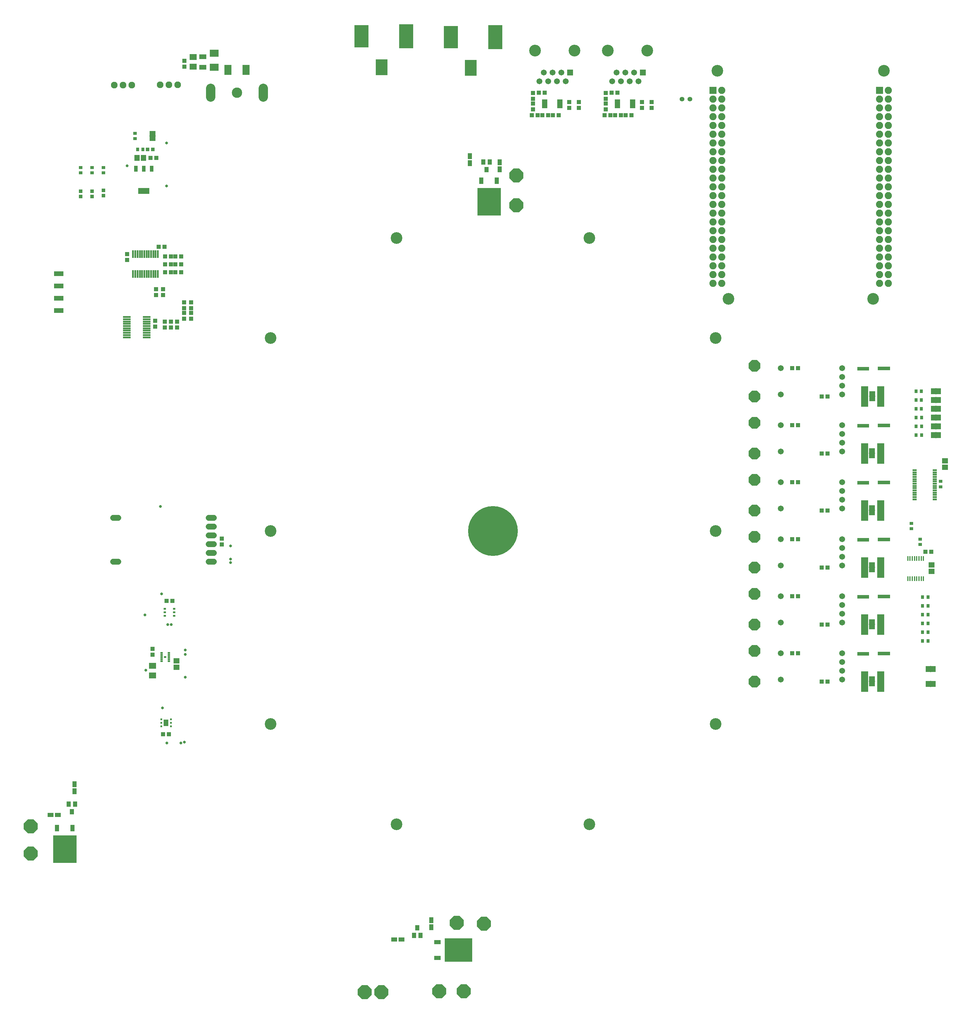
<source format=gbr>
G04 EAGLE Gerber X2 export*
%TF.Part,Single*%
%TF.FileFunction,Soldermask,Top,1*%
%TF.FilePolarity,Negative*%
%TF.GenerationSoftware,Autodesk,EAGLE,8.6.1*%
%TF.CreationDate,2018-02-09T18:52:30Z*%
G75*
%MOMM*%
%FSLAX34Y34*%
%LPD*%
%AMOC8*
5,1,8,0,0,1.08239X$1,22.5*%
G01*
%ADD10C,3.378200*%
%ADD11C,14.427200*%
%ADD12R,1.203200X1.303200*%
%ADD13R,2.006600X2.844800*%
%ADD14R,2.603200X2.003200*%
%ADD15R,2.003200X1.803200*%
%ADD16R,2.006600X1.320800*%
%ADD17C,2.743200*%
%ADD18C,2.997200*%
%ADD19R,0.609600X2.184400*%
%ADD20R,1.303200X1.203200*%
%ADD21R,1.603200X0.503200*%
%ADD22R,1.711200X1.711200*%
%ADD23C,1.711200*%
%ADD24C,3.403200*%
%ADD25R,2.082800X2.082800*%
%ADD26C,2.082800*%
%ADD27C,1.953200*%
%ADD28R,3.503200X4.603200*%
%ADD29R,4.103200X6.953200*%
%ADD30R,4.103200X6.403200*%
%ADD31R,1.003200X1.003200*%
%ADD32R,1.003197X0.958800*%
%ADD33R,0.803200X0.603200*%
%ADD34R,1.703200X1.503200*%
%ADD35R,2.006200X1.803200*%
%ADD36C,0.803200*%
%ADD37R,0.603200X0.503200*%
%ADD38R,1.473200X1.854200*%
%ADD39C,1.727200*%
%ADD40R,3.606800X1.092200*%
%ADD41R,3.454400X1.092200*%
%ADD42R,2.003200X5.903200*%
%ADD43P,3.656530X8X22.500000*%
%ADD44R,0.450000X1.350000*%
%ADD45R,0.958800X1.003197*%
%ADD46R,1.193800X0.508000*%
%ADD47R,0.152400X1.828800*%
%ADD48R,1.371600X1.803400*%
%ADD49R,1.828800X0.152400*%
%ADD50R,1.803400X1.371600*%
%ADD51R,1.041400X1.803400*%
%ADD52R,3.302000X1.803400*%
%ADD53R,1.503200X1.703200*%
%ADD54R,2.184400X0.609600*%
%ADD55R,1.203200X1.703200*%
%ADD56R,1.203200X1.603200*%
%ADD57P,4.343848X8X22.500000*%
%ADD58R,1.143000X1.905000*%
%ADD59R,6.858000X7.924800*%
%ADD60R,1.703200X1.203200*%
%ADD61P,4.343848X8X202.500000*%
%ADD62R,1.905000X1.143000*%
%ADD63R,7.924800X6.858000*%
%ADD64R,2.743200X1.473200*%
%ADD65C,1.359600*%


D10*
X1144270Y574802D03*
X1703070Y574802D03*
X2068576Y865124D03*
X2068576Y1423924D03*
X2068576Y1982724D03*
X1703070Y2272792D03*
X1144270Y2272792D03*
X778764Y1982724D03*
X778764Y1423924D03*
X778764Y865124D03*
D11*
X1423670Y1423670D03*
D12*
X529006Y2768584D03*
X529006Y2785584D03*
D13*
X707695Y2759304D03*
X655117Y2759304D03*
D14*
X615366Y2766994D03*
X615366Y2807494D03*
D15*
X554406Y2768164D03*
X554406Y2796164D03*
D16*
X582346Y2767178D03*
X582346Y2797150D03*
D17*
X757606Y2705964D02*
X757606Y2680564D01*
X605206Y2680564D02*
X605206Y2705964D01*
D18*
X681406Y2693264D03*
D12*
X363144Y2209022D03*
X363144Y2226022D03*
X454974Y2246732D03*
X471974Y2246732D03*
D19*
X452234Y2225904D03*
X445734Y2225904D03*
X439234Y2225904D03*
X432734Y2225904D03*
X426234Y2225904D03*
X419734Y2225904D03*
X413234Y2225904D03*
X406734Y2225904D03*
X400234Y2225904D03*
X393734Y2225904D03*
X387234Y2225904D03*
X380734Y2225904D03*
X380734Y2168500D03*
X387234Y2168500D03*
X393734Y2168500D03*
X400234Y2168500D03*
X406734Y2168500D03*
X413234Y2168500D03*
X419734Y2168500D03*
X426234Y2168500D03*
X432734Y2168500D03*
X439234Y2168500D03*
X445734Y2168500D03*
X452234Y2168500D03*
D20*
X490264Y2173582D03*
X473264Y2173582D03*
X520234Y2173582D03*
X503234Y2173582D03*
X490514Y2219042D03*
X473514Y2219042D03*
X520234Y2219042D03*
X503234Y2219042D03*
X490264Y2196442D03*
X473264Y2196442D03*
X520234Y2196442D03*
X503234Y2196442D03*
D21*
X1617018Y2651082D03*
X1617018Y2656082D03*
X1617018Y2661082D03*
X1617018Y2666082D03*
X1617018Y2671082D03*
X1573018Y2671082D03*
X1573018Y2666082D03*
X1573018Y2661082D03*
X1573018Y2656082D03*
X1573018Y2651082D03*
D22*
X1647088Y2751252D03*
D23*
X1634388Y2725852D03*
X1621688Y2751252D03*
X1608988Y2725852D03*
X1596288Y2751252D03*
X1583588Y2725852D03*
X1570888Y2751252D03*
X1558188Y2725852D03*
D24*
X1659788Y2814752D03*
X1545488Y2814752D03*
D12*
X1596678Y2628062D03*
X1613678Y2628062D03*
X1566198Y2628062D03*
X1583198Y2628062D03*
X1535718Y2628062D03*
X1552718Y2628062D03*
D20*
X1539138Y2661962D03*
X1539138Y2644962D03*
D12*
X1573038Y2692832D03*
X1556038Y2692832D03*
D20*
X1539138Y2692442D03*
X1539138Y2675442D03*
X1644548Y2665772D03*
X1644548Y2648772D03*
X1672488Y2665772D03*
X1672488Y2648772D03*
D21*
X1827838Y2651082D03*
X1827838Y2656082D03*
X1827838Y2661082D03*
X1827838Y2666082D03*
X1827838Y2671082D03*
X1783838Y2671082D03*
X1783838Y2666082D03*
X1783838Y2661082D03*
X1783838Y2656082D03*
X1783838Y2651082D03*
D22*
X1857908Y2751252D03*
D23*
X1845208Y2725852D03*
X1832508Y2751252D03*
X1819808Y2725852D03*
X1807108Y2751252D03*
X1794408Y2725852D03*
X1781708Y2751252D03*
X1769008Y2725852D03*
D24*
X1870608Y2814752D03*
X1756308Y2814752D03*
D12*
X1807498Y2628062D03*
X1824498Y2628062D03*
X1777018Y2628062D03*
X1794018Y2628062D03*
X1746538Y2628062D03*
X1763538Y2628062D03*
D20*
X1749958Y2661962D03*
X1749958Y2644962D03*
D12*
X1783858Y2692832D03*
X1766858Y2692832D03*
D20*
X1749958Y2692442D03*
X1749958Y2675442D03*
X1855368Y2665772D03*
X1855368Y2648772D03*
X1883308Y2665772D03*
X1883308Y2648772D03*
D10*
X2073808Y2756840D03*
X2105558Y2096440D03*
X2524658Y2096440D03*
X2556408Y2756840D03*
D25*
X2061108Y2699690D03*
D26*
X2086508Y2699690D03*
X2061108Y2674290D03*
X2086508Y2674290D03*
X2061108Y2648890D03*
X2086508Y2648890D03*
X2061108Y2623490D03*
X2086508Y2623490D03*
X2061108Y2598090D03*
X2086508Y2598090D03*
X2061108Y2572690D03*
X2086508Y2572690D03*
X2061108Y2547290D03*
X2086508Y2547290D03*
X2061108Y2521890D03*
X2086508Y2521890D03*
X2061108Y2496490D03*
X2086508Y2496490D03*
X2061108Y2471090D03*
X2086508Y2471090D03*
X2061108Y2445690D03*
X2086508Y2445690D03*
X2061108Y2420290D03*
X2086508Y2420290D03*
X2061108Y2394890D03*
X2086508Y2394890D03*
X2061108Y2369490D03*
X2086508Y2369490D03*
X2061108Y2344090D03*
X2086508Y2344090D03*
X2061108Y2318690D03*
X2086508Y2318690D03*
X2061108Y2293290D03*
X2086508Y2293290D03*
X2061108Y2267890D03*
X2086508Y2267890D03*
X2061108Y2242490D03*
X2086508Y2242490D03*
X2061108Y2217090D03*
X2086508Y2217090D03*
X2061108Y2191690D03*
X2086508Y2191690D03*
X2061108Y2166290D03*
X2086508Y2166290D03*
X2061108Y2140890D03*
X2086508Y2140890D03*
D25*
X2543708Y2699690D03*
D26*
X2569108Y2699690D03*
X2543708Y2674290D03*
X2569108Y2674290D03*
X2543708Y2648890D03*
X2569108Y2648890D03*
X2543708Y2623490D03*
X2569108Y2623490D03*
X2543708Y2598090D03*
X2569108Y2598090D03*
X2543708Y2572690D03*
X2569108Y2572690D03*
X2543708Y2547290D03*
X2569108Y2547290D03*
X2543708Y2521890D03*
X2569108Y2521890D03*
X2543708Y2496490D03*
X2569108Y2496490D03*
X2543708Y2471090D03*
X2569108Y2471090D03*
X2543708Y2445690D03*
X2569108Y2445690D03*
X2543708Y2420290D03*
X2569108Y2420290D03*
X2543708Y2394890D03*
X2569108Y2394890D03*
X2543708Y2369490D03*
X2569108Y2369490D03*
X2543708Y2344090D03*
X2569108Y2344090D03*
X2543708Y2318690D03*
X2569108Y2318690D03*
X2543708Y2293290D03*
X2569108Y2293290D03*
X2543708Y2267890D03*
X2569108Y2267890D03*
X2543708Y2242490D03*
X2569108Y2242490D03*
X2543708Y2217090D03*
X2569108Y2217090D03*
X2543708Y2191690D03*
X2569108Y2191690D03*
X2543708Y2166290D03*
X2569108Y2166290D03*
X2543708Y2140890D03*
X2569108Y2140890D03*
D27*
X509606Y2716444D03*
X484206Y2716444D03*
X458806Y2716444D03*
D28*
X1100838Y2766844D03*
D29*
X1171838Y2856344D03*
D30*
X1042838Y2856344D03*
D12*
X447142Y2124396D03*
X447142Y2107396D03*
X467284Y2124422D03*
X467284Y2107422D03*
D31*
X228702Y2392876D03*
X228702Y2407876D03*
D32*
X228702Y2461178D03*
X228702Y2476734D03*
D31*
X261722Y2392876D03*
X261722Y2407876D03*
D32*
X261722Y2461178D03*
X261722Y2476734D03*
D31*
X294742Y2395416D03*
X294742Y2410416D03*
D32*
X294742Y2461178D03*
X294742Y2476734D03*
D28*
X1359410Y2764812D03*
D29*
X1430410Y2854312D03*
D30*
X1301410Y2854312D03*
D33*
X463108Y1059104D03*
X484108Y1059104D03*
X463108Y1065104D03*
X463108Y1071104D03*
X463108Y1053104D03*
X463108Y1047104D03*
X484108Y1047104D03*
X484108Y1053104D03*
X484108Y1065104D03*
X484108Y1071104D03*
X473608Y1059104D03*
D34*
X506628Y1048284D03*
X506628Y1029284D03*
D35*
X436778Y1033954D03*
X436778Y1005514D03*
D12*
X436778Y1065844D03*
X436778Y1082844D03*
D36*
X532028Y1079424D03*
X532028Y1066724D03*
X417728Y1021004D03*
X532028Y1000684D03*
D33*
X472808Y1188644D03*
X472808Y1178644D03*
X472808Y1198644D03*
X499808Y1188644D03*
X499808Y1178644D03*
X499808Y1198644D03*
D20*
X477808Y1221664D03*
X494808Y1221664D03*
D36*
X491388Y1153084D03*
X481228Y1153084D03*
X415188Y1181024D03*
X463448Y1241984D03*
D37*
X462148Y878604D03*
X462148Y868604D03*
X462148Y858604D03*
X490148Y858604D03*
X490148Y868604D03*
X490148Y878604D03*
D38*
X476148Y868604D03*
D20*
X484648Y835584D03*
X467648Y835584D03*
D36*
X529488Y812724D03*
X519328Y810184D03*
X465988Y911784D03*
X478688Y810184D03*
D39*
X599262Y1462430D02*
X614502Y1462430D01*
X614502Y1437030D02*
X599262Y1437030D01*
X599262Y1411630D02*
X614502Y1411630D01*
X614502Y1386230D02*
X599262Y1386230D01*
X599262Y1360830D02*
X614502Y1360830D01*
X614502Y1335430D02*
X599262Y1335430D01*
X337602Y1462430D02*
X322362Y1462430D01*
X322362Y1335430D02*
X337602Y1335430D01*
D12*
X637362Y1385350D03*
X637362Y1402350D03*
D36*
X662762Y1332890D03*
X662762Y1343050D03*
X662762Y1381150D03*
X459562Y1495450D03*
D23*
X2434844Y1819656D03*
X2434844Y1845056D03*
X2434844Y1870456D03*
X2434844Y1895856D03*
X2257044Y1895856D03*
X2257044Y1819656D03*
D20*
X2392544Y1813306D03*
X2375544Y1813306D03*
X2290454Y1895856D03*
X2307454Y1895856D03*
D40*
X2556256Y1894586D03*
D41*
X2495804Y1894078D03*
D42*
X2546744Y1813306D03*
X2500744Y1813306D03*
D43*
X2180844Y1813306D03*
X2180844Y1902206D03*
D23*
X2434844Y1654556D03*
X2434844Y1679956D03*
X2434844Y1705356D03*
X2434844Y1730756D03*
X2257044Y1730756D03*
X2257044Y1654556D03*
D20*
X2392544Y1648206D03*
X2375544Y1648206D03*
X2290454Y1730756D03*
X2307454Y1730756D03*
D40*
X2556256Y1729486D03*
D41*
X2495804Y1728978D03*
D42*
X2546744Y1648206D03*
X2500744Y1648206D03*
D43*
X2180844Y1648206D03*
X2180844Y1737106D03*
D23*
X2434844Y1489456D03*
X2434844Y1514856D03*
X2434844Y1540256D03*
X2434844Y1565656D03*
X2257044Y1565656D03*
X2257044Y1489456D03*
D20*
X2392544Y1483106D03*
X2375544Y1483106D03*
X2290454Y1565656D03*
X2307454Y1565656D03*
D40*
X2556256Y1564386D03*
D41*
X2495804Y1563878D03*
D42*
X2546744Y1483106D03*
X2500744Y1483106D03*
D43*
X2180844Y1483106D03*
X2180844Y1572006D03*
D23*
X2434844Y1324356D03*
X2434844Y1349756D03*
X2434844Y1375156D03*
X2434844Y1400556D03*
X2257044Y1400556D03*
X2257044Y1324356D03*
D20*
X2392544Y1318006D03*
X2375544Y1318006D03*
X2290454Y1400556D03*
X2307454Y1400556D03*
D40*
X2556256Y1399286D03*
D41*
X2495804Y1398778D03*
D42*
X2546744Y1318006D03*
X2500744Y1318006D03*
D43*
X2180844Y1318006D03*
X2180844Y1406906D03*
D23*
X2434844Y1159256D03*
X2434844Y1184656D03*
X2434844Y1210056D03*
X2434844Y1235456D03*
X2257044Y1235456D03*
X2257044Y1159256D03*
D20*
X2392544Y1152906D03*
X2375544Y1152906D03*
X2290454Y1235456D03*
X2307454Y1235456D03*
D40*
X2556256Y1234186D03*
D41*
X2495804Y1233678D03*
D42*
X2546744Y1152906D03*
X2500744Y1152906D03*
D43*
X2180844Y1152906D03*
X2180844Y1241806D03*
D23*
X2434844Y994156D03*
X2434844Y1019556D03*
X2434844Y1044956D03*
X2434844Y1070356D03*
X2257044Y1070356D03*
X2257044Y994156D03*
D20*
X2392544Y987806D03*
X2375544Y987806D03*
X2290454Y1070356D03*
X2307454Y1070356D03*
D40*
X2556256Y1069086D03*
D41*
X2495804Y1068578D03*
D42*
X2546744Y987806D03*
X2500744Y987806D03*
D43*
X2180844Y987806D03*
X2180844Y1076706D03*
D44*
X2670954Y1344716D03*
X2664454Y1344716D03*
X2657954Y1344716D03*
X2651454Y1344716D03*
X2644954Y1344716D03*
X2638454Y1344716D03*
X2631954Y1344716D03*
X2625454Y1344716D03*
X2625454Y1286216D03*
X2631954Y1286216D03*
X2638454Y1286216D03*
X2644954Y1286216D03*
X2651454Y1286216D03*
X2657954Y1286216D03*
X2664454Y1286216D03*
X2670954Y1286216D03*
D20*
X2676534Y1363726D03*
X2693534Y1363726D03*
D34*
X2693924Y1307236D03*
X2693924Y1326236D03*
D45*
X2683922Y1105916D03*
X2668366Y1105916D03*
X2683922Y1131316D03*
X2668366Y1131316D03*
X2683922Y1156716D03*
X2668366Y1156716D03*
X2683922Y1182116D03*
X2668366Y1182116D03*
X2683922Y1207516D03*
X2668366Y1207516D03*
X2683922Y1232916D03*
X2668366Y1232916D03*
D46*
X2645442Y1600286D03*
X2645442Y1593786D03*
X2645442Y1587286D03*
X2645442Y1580786D03*
X2645442Y1574286D03*
X2645442Y1567786D03*
X2645442Y1561286D03*
X2645442Y1554786D03*
X2645442Y1548286D03*
X2645442Y1541786D03*
X2645442Y1535286D03*
X2645442Y1528786D03*
X2645442Y1522286D03*
X2645442Y1515786D03*
X2703798Y1515786D03*
X2703798Y1522286D03*
X2703798Y1528786D03*
X2703798Y1535286D03*
X2703798Y1541786D03*
X2703798Y1548286D03*
X2703798Y1554786D03*
X2703798Y1561286D03*
X2703798Y1567786D03*
X2703798Y1574286D03*
X2703798Y1580786D03*
X2703798Y1587286D03*
X2703798Y1593786D03*
X2703798Y1600286D03*
D47*
X2706558Y1701546D03*
D48*
X2714178Y1701546D03*
X2698938Y1701546D03*
D47*
X2706558Y1726946D03*
D48*
X2714178Y1726946D03*
X2698938Y1726946D03*
D47*
X2706558Y1752346D03*
D48*
X2714178Y1752346D03*
X2698938Y1752346D03*
D47*
X2706558Y1777746D03*
D48*
X2714178Y1777746D03*
X2698938Y1777746D03*
D47*
X2706558Y1803146D03*
D48*
X2714178Y1803146D03*
X2698938Y1803146D03*
D47*
X2706558Y1828546D03*
D48*
X2714178Y1828546D03*
X2698938Y1828546D03*
D45*
X2649410Y1828546D03*
X2664966Y1828546D03*
X2649410Y1803146D03*
X2664966Y1803146D03*
X2649410Y1777746D03*
X2664966Y1777746D03*
X2649730Y1752346D03*
X2665286Y1752346D03*
X2649730Y1726946D03*
X2665286Y1726946D03*
X2649730Y1701546D03*
X2665286Y1701546D03*
D32*
X2720340Y1567719D03*
X2720340Y1552163D03*
D34*
X2733294Y1608226D03*
X2733294Y1627226D03*
D49*
X2522474Y1814576D03*
D50*
X2522474Y1822196D03*
X2522474Y1806956D03*
D49*
X2521204Y1649476D03*
D50*
X2521204Y1657096D03*
X2521204Y1641856D03*
D49*
X2521204Y1484376D03*
D50*
X2521204Y1491996D03*
X2521204Y1476756D03*
D49*
X2521204Y1319276D03*
D50*
X2521204Y1326896D03*
X2521204Y1311656D03*
D49*
X2521204Y1154176D03*
D50*
X2521204Y1161796D03*
X2521204Y1146556D03*
D49*
X2521204Y989076D03*
D50*
X2521204Y996696D03*
X2521204Y981456D03*
D32*
X2660904Y1385158D03*
X2660904Y1400714D03*
X2635504Y1446434D03*
X2635504Y1430878D03*
D47*
X2691384Y1024636D03*
D48*
X2683764Y1024636D03*
X2699004Y1024636D03*
D47*
X2691384Y981456D03*
D48*
X2683764Y981456D03*
X2699004Y981456D03*
D31*
X438030Y2528570D03*
X423030Y2528570D03*
D45*
X409098Y2528570D03*
X393542Y2528570D03*
D51*
X434480Y2472944D03*
X411480Y2472944D03*
X388480Y2472944D03*
D52*
X411480Y2408936D03*
D20*
X447920Y2504440D03*
X430920Y2504440D03*
D53*
X391820Y2504440D03*
X410820Y2504440D03*
D49*
X436880Y2567940D03*
D50*
X436880Y2575560D03*
X436880Y2560320D03*
D32*
X386080Y2560162D03*
X386080Y2575718D03*
D36*
X363220Y2481580D03*
X477520Y2423160D03*
X477520Y2547620D03*
D27*
X376840Y2715580D03*
X351440Y2715580D03*
X326040Y2715580D03*
D54*
X419862Y1984970D03*
X419862Y1991470D03*
X419862Y1997970D03*
X419862Y2004470D03*
X419862Y2010970D03*
X419862Y2017470D03*
X419862Y2023970D03*
X419862Y2030470D03*
X419862Y2036970D03*
X419862Y2043470D03*
X362458Y2043470D03*
X362458Y2036970D03*
X362458Y2030470D03*
X362458Y2023970D03*
X362458Y2017470D03*
X362458Y2010970D03*
X362458Y2004470D03*
X362458Y1997970D03*
X362458Y1991470D03*
X362458Y1984970D03*
D12*
X548640Y2055740D03*
X548640Y2038740D03*
X528320Y2055740D03*
X528320Y2038740D03*
X528320Y2086220D03*
X528320Y2069220D03*
X548640Y2086220D03*
X548640Y2069220D03*
X472440Y2013340D03*
X472440Y2030340D03*
X508000Y2013340D03*
X508000Y2030340D03*
X490220Y2013340D03*
X490220Y2030340D03*
X444500Y2015880D03*
X444500Y2032880D03*
D55*
X1442720Y2471055D03*
X1442720Y2492105D03*
X1356360Y2509885D03*
X1356360Y2488835D03*
D56*
X1404620Y2470580D03*
X1395120Y2492580D03*
X1414120Y2492580D03*
D57*
X1490980Y2367280D03*
X1490980Y2453640D03*
D58*
X1434740Y2438527D03*
X1389740Y2438527D03*
D59*
X1412240Y2377440D03*
D60*
X162925Y601980D03*
X141875Y601980D03*
D55*
X210820Y670195D03*
X210820Y691245D03*
D56*
X203200Y611300D03*
X193700Y633300D03*
X212700Y633300D03*
D61*
X83820Y490220D03*
X83820Y568960D03*
D58*
X205380Y564007D03*
X160380Y564007D03*
D59*
X182880Y502920D03*
D55*
X1244600Y276495D03*
X1244600Y297545D03*
D60*
X1158605Y241300D03*
X1137555Y241300D03*
D56*
X1203960Y275160D03*
X1213460Y253160D03*
X1194460Y253160D03*
D57*
X1397000Y287020D03*
X1318260Y289560D03*
D62*
X1262253Y233320D03*
X1262253Y188320D03*
D63*
X1323340Y210820D03*
D57*
X1051560Y88900D03*
X1099820Y88900D03*
X1267460Y91440D03*
X1338580Y91440D03*
D64*
X165100Y2169160D03*
X165100Y2133600D03*
X165100Y2098040D03*
X165100Y2062480D03*
D65*
X1993900Y2674620D03*
X1971040Y2674620D03*
M02*

</source>
